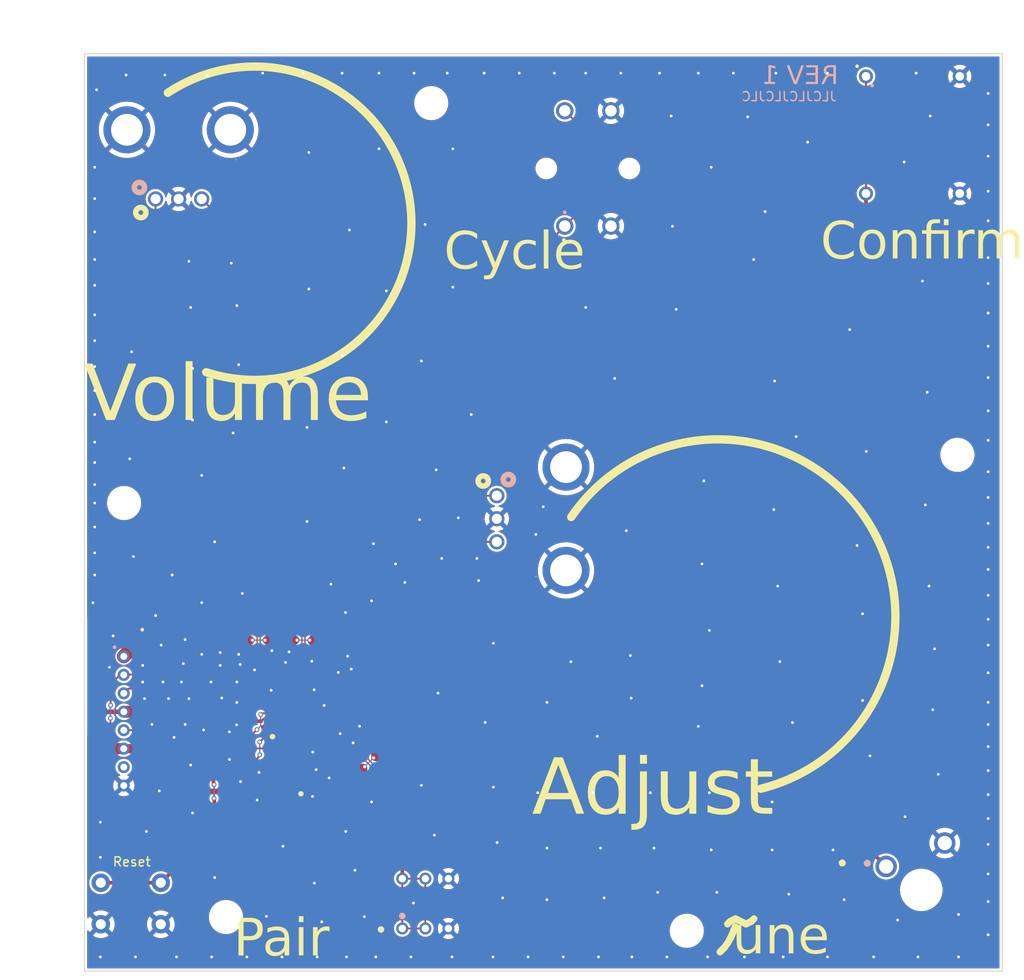
<source format=kicad_pcb>
(kicad_pcb (version 20221018) (generator pcbnew)
  (title_block (title "Beacon") (date "2023-09-02") (rev "1") (company "Beep Boop"))
  (layers (0 "F.Cu" signal) (1 "In1.Cu" signal) (2 "In2.Cu" signal) (3 "In3.Cu" signal) (4 "In4.Cu" signal) (31 "B.Cu" signal) (34 "B.Paste" user) (35 "F.Paste" user) (36 "B.SilkS" user "B.Silkscreen") (37 "F.SilkS" user "F.Silkscreen") (38 "B.Mask" user) (39 "F.Mask" user) (44 "Edge.Cuts" user))
  (net 0 "")
  (net 1 "Board_0-/Tactile_Board/+3V3")
  (net 2 "Board_0-/Tactile_Board/+3V3_EXT")
  (net 3 "Board_0-/Tactile_Board/I2C1_SCLK")
  (net 4 "Board_0-/Tactile_Board/I2C1_SDA")
  (net 5 "Board_0-/Tactile_Board/IO_Expander/TACT_B")
  (net 6 "Board_0-/Tactile_Board/IO_Expander/TACT_CONFIRM")
  (net 7 "Board_0-/Tactile_Board/IO_Expander/TACT_CYCLE")
  (net 8 "Board_0-/Tactile_Board/IO_Expander/TACT_EQZR_A")
  (net 9 "Board_0-/Tactile_Board/IO_Expander/TACT_EQZR_B")
  (net 10 "Board_0-/Tactile_Board/IO_Expander/TACT_G")
  (net 11 "Board_0-/Tactile_Board/IO_Expander/TACT_PAIR")
  (net 12 "Board_0-/Tactile_Board/IO_Expander/TACT_R")
  (net 13 "Board_0-/Tactile_Board/IO_Expander/TACT_TUNE")
  (net 14 "Board_0-/Tactile_Board/IO_Expander/TACT_VOLUME_A")
  (net 15 "Board_0-/Tactile_Board/IO_Expander/TACT_VOLUME_B")
  (net 16 "Board_0-/Tactile_Board/TACT_NINT")
  (net 17 "Board_0-GND")
  (net 18 "Board_0-Net-(D1501-Pad1)")
  (net 19 "Board_0-Net-(D1501-Pad2)")
  (net 20 "Board_0-Net-(D1501-Pad3)")
  (net 21 "Board_0-Net-(R1401-Pad2)")
  (net 22 "Board_0-Net-(R1402-Pad2)")
  (net 23 "Board_0-Net-(R1403-Pad2)")
  (net 24 "Board_0-Net-(R1404-Pad2)")
  (net 25 "Board_0-Net-(R1409-Pad2)")
  (net 26 "Board_0-Net-(R1410-Pad1)")
  (net 27 "Board_0-Net-(R1411-Pad2)")
  (net 28 "Board_0-Net-(R1412-Pad1)")
  (net 29 "Board_0-Net-(R1503-Pad1)")
  (net 30 "Board_0-Net-(U1501-NRST)")
  (net 31 "Board_0-unconnected-(J104-Pin_7-Pad7)")
  (net 32 "Board_0-unconnected-(U1501-P0_4-Pad5)")
  (net 33 "Board_0-unconnected-(U1501-P0_5-Pad6)")
  (net 34 "Board_0-unconnected-(U1501-P1_0-Pad10)")
  (net 35 "Board_0-unconnected-(U1501-P1_1-Pad11)")
  (net 36 "Board_0-unconnected-(U1501-PadEP)")
  (footprint "Footprint_Library:SW_PUSH_6mm" (layer "F.Cu") (at 162.052 109.8588)
    (fp_text reference "SW1501" hide)
    (fp_text value "SW_Push")
  )
  (footprint "Footprint_Library:Mounting_Hole_M3" (layer "F.Cu") (at 225.582 115.025)
    (fp_text reference "" hide)
    (fp_text value "")
  )
  (footprint "Footprint_Library:0402_1005Metric_Handsolder" (layer "F.Cu") (at 177.9512 90.8236)
    (fp_text reference "C1503" hide)
    (fp_text value "1u00_0402_10" hide)
  )
  (footprint "Footprint_Library:0402_1005Metric_Handsolder" (layer "F.Cu") (at 182.6756 86.2008 45)
    (fp_text reference "C1407" hide)
    (fp_text value "10n0_0402_25" hide)
  )
  (footprint "Footprint_Library:0402_1005Metric_Handsolder" (layer "F.Cu") (at 180.4404 100.7804 -90)
    (fp_text reference "R1503" hide)
    (fp_text value "0470_0402_010" hide)
  )
  (footprint "Footprint_Library:0402_1005Metric_Handsolder" (layer "F.Cu") (at 190.4988 89.96 180)
    (fp_text reference "C302" hide)
    (fp_text value "1u00_0402_10")
  )
  (footprint "Footprint_Library:0402_1005Metric_Handsolder" (layer "F.Cu") (at 186.4856 85.7944 180)
    (fp_text reference "R1405" hide)
    (fp_text value "2k20_0402_010" hide)
  )
  (footprint "Footprint_Library:0402_1005Metric_Handsolder" (layer "F.Cu") (at 188.0096 81.5272 -90)
    (fp_text reference "C301" hide)
    (fp_text value "1u00_0402_10" hide)
  )
  (footprint "Footprint_Library:Mounting_Hole_M3" (layer "F.Cu") (at 175.652 113.535)
    (fp_text reference "" hide)
    (fp_text value "")
  )
  (footprint "Footprint_Library:0402_1005Metric_Handsolder" (layer "F.Cu") (at 186.4856 84.4228)
    (fp_text reference "R1401" hide)
    (fp_text value "10k0_0402_010" hide)
  )
  (footprint "Footprint_Library:0402_1005Metric_Handsolder" (layer "F.Cu") (at 185.876 89.1385 -90)
    (fp_text reference "C1402" hide)
    (fp_text value "100n_0402_16" hide)
  )
  (footprint "Footprint_Library:0402_1005Metric_Handsolder" (layer "F.Cu") (at 186.638 81.5272 -90)
    (fp_text reference "R1412" hide)
    (fp_text value "10k0_0402_010" hide)
  )
  (footprint "Footprint_Library:0402_1005Metric_Handsolder" (layer "F.Cu") (at 189.2288 88.5884 180)
    (fp_text reference "R1402" hide)
    (fp_text value "10k0_0402_010" hide)
  )
  (footprint "Footprint_Library:0402_CUT-N-JUMP" (layer "F.Cu") (at 183.7932 95.3448 90)
    (fp_text reference "J1503" hide)
    (fp_text value "0402" hide)
  )
  (footprint "Footprint_Library:0402_1005Metric_Handsolder" (layer "F.Cu") (at 182.1168 98.088 -90)
    (fp_text reference "R1505" hide)
    (fp_text value "0220_0402_010" hide)
  )
  (footprint "Footprint_Library:0402_1005Metric_Handsolder" (layer "F.Cu") (at 188.2636 96.2679 90)
    (fp_text reference "R1403" hide)
    (fp_text value "10k0_0402_010" hide)
  )
  (footprint "Footprint_Library:Mounting_Hole_M3" (layer "F.Cu") (at 254.902 63.435)
    (fp_text reference "" hide)
    (fp_text value "")
  )
  (footprint "Footprint_Library:0402_1005Metric_Handsolder" (layer "F.Cu") (at 182.4216 81.4764 90)
    (fp_text reference "R1411" hide)
    (fp_text value "10k0_0402_010" hide)
  )
  (footprint "Footprint_Library:0402_1005Metric_Handsolder" (layer "F.Cu") (at 186.5364 87.0644 180)
    (fp_text reference "C1401" hide)
    (fp_text value "100n_0402_16" hide)
  )
  (footprint "Footprint_Library:0402_1005Metric_Handsolder" (layer "F.Cu") (at 178.1036 81.4677 90)
    (fp_text reference "R1413" hide)
    (fp_text value "10k0_0402_010" hide)
  )
  (footprint "Footprint_Library:0402_1005Metric_Handsolder" (layer "F.Cu") (at 173.6927 98.0372 180)
    (fp_text reference "R1502" hide)
    (fp_text value "2k20_0402_010" hide)
  )
  (footprint "Footprint_Library:MX1AC1NN" (layer "F.Cu") (at 250.9508 110.6356)
    (fp_text reference "SW1404" hide)
    (fp_text value "SW_Push" hide)
  )
  (footprint "Footprint_Library:Testpoint_Pad_D1.0mm" (layer "F.Cu") (at 172.0584 94.9892)
    (fp_text reference "TP1501" hide)
    (fp_text value "TACT_NINT")
  )
  (footprint "Footprint_Library:PEC11R4215FN0024" (layer "F.Cu") (at 212.5072 70.4028 -90)
    (fp_text reference "SW1406" hide)
    (fp_text value "PEC11R-4215F-N0024" hide)
  )
  (footprint "Footprint_Library:0402_1005Metric_Handsolder" (layer "F.Cu") (at 174.9032 93.5668 90)
    (fp_text reference "R1501" hide)
    (fp_text value "2k20_0402_010" hide)
  )
  (footprint "Footprint_Library:0402_1005Metric_Handsolder" (layer "F.Cu") (at 180.9992 81.4764 -90)
    (fp_text reference "R1410" hide)
    (fp_text value "10k0_0402_010" hide)
  )
  (footprint "Footprint_Library:B3J1100" (layer "F.Cu") (at 214.470799 30.1784 90)
    (fp_text reference "SW1401" hide)
    (fp_text value "SW_Push" hide)
  )
  (footprint "Footprint_Library:0402_1005Metric_Handsolder" (layer "F.Cu") (at 187.4 89.0964 -90)
    (fp_text reference "R1406" hide)
    (fp_text value "2k20_0402_010" hide)
  )
  (footprint "Footprint_Library:0402_1005Metric_Handsolder" (layer "F.Cu") (at 187.1968 91.7888 -90)
    (fp_text reference "R1408" hide)
    (fp_text value "2k20_0402_010" hide)
  )
  (footprint "Footprint_Library:0402_1005Metric_Handsolder" (layer "F.Cu") (at 176.6304 81.4677 90)
    (fp_text reference "R1409" hide)
    (fp_text value "10k0_0402_010" hide)
  )
  (footprint "Footprint_Library:0402_1005Metric_Handsolder" (layer "F.Cu") (at 177.9512 92.3984)
    (fp_text reference "C1501" hide)
    (fp_text value "100n_0402_16" hide)
  )
  (footprint "Footprint_Library:0402_1005Metric_Handsolder" (layer "F.Cu") (at 179.7292 87.3184)
    (fp_text reference "C1405" hide)
    (fp_text value "10n0_0402_25" hide)
  )
  (footprint "Footprint_Library:0402_1005Metric_Handsolder" (layer "F.Cu") (at 186.9428 95.1416 90)
    (fp_text reference "R1407" hide)
    (fp_text value "2k20_0402_010")
  )
  (footprint "Footprint_Library:Mounting_Hole_M3" (layer "F.Cu") (at 197.892 25.306)
    (fp_text reference "" hide)
    (fp_text value "")
  )
  (footprint "Footprint_Library:0402_1005Metric_Handsolder" (layer "F.Cu") (at 183.7932 98.0372 -90)
    (fp_text reference "R1506" hide)
    (fp_text value "0220_0402_010" hide)
  )
  (footprint "Footprint_Library:0402_1005Metric_Handsolder" (layer "F.Cu") (at 188.6192 91.0268 -90)
    (fp_text reference "R1404" hide)
    (fp_text value "10k0_0402_010" hide)
  )
  (footprint "Footprint_Library:0402_1005Metric_Handsolder" (layer "F.Cu") (at 184.3012 86.912 -135)
    (fp_text reference "C1408" hide)
    (fp_text value "10n0_0402_25" hide)
  )
  (footprint "PCM_kikit:Board" (layer "F.Cu") (at 160.672 20.016)
    (fp_text reference "Tactile")
    (fp_text value "Board")
  )
  (footprint "Footprint_Library:0402_CUT-N-JUMP" (layer "F.Cu") (at 182.1168 95.3956 90)
    (fp_text reference "J1502" hide)
    (fp_text value "0402" hide)
  )
  (footprint "Footprint_Library:0402_1005Metric_Handsolder" (layer "F.Cu") (at 185.2664 81.4764 90)
    (fp_text reference "R1416" hide)
    (fp_text value "10k0_0402_010" hide)
  )
  (footprint "Footprint_Library:Mounting_Hole_M3" (layer "F.Cu") (at 164.612 68.656)
    (fp_text reference "" hide)
    (fp_text value "")
  )
  (footprint "Footprint_Library:0402_1005Metric_Handsolder" (layer "F.Cu") (at 185.876 91.7801 -90)
    (fp_text reference "C1404" hide)
    (fp_text value "100n_0402_16" hide)
  )
  (footprint "Footprint_Library:PEC11R4215FN0024" (layer "F.Cu") (at 170.4836 28.187)
    (fp_text reference "SW1405" hide)
    (fp_text value "PEC11R-4215F-N0024" hide)
  )
  (footprint "Footprint_Library:CONN_1x08_P2.00mm_Horizontal" (layer "F.Cu") (at 164.54 92.325 -90)
    (fp_text reference "J104" hide)
    (fp_text value "Conn_01x08_Pin" hide)
  )
  (footprint "Footprint_Library:TQFN44-24_4x4mm_P0.5mm_EP2.7x2.7mm" (layer "F.Cu") (at 182.36 91.245 90)
    (fp_text reference "U1501" hide)
    (fp_text value "KTS1622_EUAA" hide)
  )
  (footprint "Footprint_Library:0402_1005Metric_Handsolder" (layer "F.Cu") (at 179.5768 81.4677 90)
    (fp_text reference "R1414" hide)
    (fp_text value "10k0_0402_010" hide)
  )
  (footprint "Footprint_Library:0402_1005Metric_Handsolder" (layer "F.Cu") (at 183.844 81.4764 90)
    (fp_text reference "R1415" hide)
    (fp_text value "10k0_0402_010" hide)
  )
  (footprint "Footprint_Library:0402_1005Metric_Handsolder" (layer "F.Cu") (at 181.3548 85.388 -135)
    (fp_text reference "C1406" hide)
    (fp_text value "10n0_0402_25" hide)
  )
  (footprint "Footprint_Library:0402_1005Metric_Handsolder" (layer "F.Cu") (at 180.4404 98.088 -90)
    (fp_text reference "R1504" hide)
    (fp_text value "0033_0402_010" hide)
  )
  (footprint "Footprint_Library:JF15CP2" (layer "F.Cu") (at 250.0364 28.7968)
    (fp_text reference "SW1402" hide)
    (fp_text value "SW_Push" hide)
  )
  (footprint "Footprint_Library:0402_1005Metric_Handsolder" (layer "F.Cu") (at 175.1572 91.103 -90)
    (fp_text reference "C1502" hide)
    (fp_text value "100n_0402_16" hide)
  )
  (footprint "Footprint_Library:1206_3216Metric_Handsolder" (layer "F.Cu") (at 164.2352 80.5112 180)
    (fp_text reference "F301" hide)
    (fp_text value "1A1_1206_08" hide)
  )
  (footprint "Footprint_Library:MHPS2283N" (layer "F.Cu") (at 197.2152 111.9164)
    (fp_text reference "SW1403" hide)
    (fp_text value "SW_Push" hide)
  )
  (footprint "Footprint_Library:0402_1005Metric_Handsolder" (layer "F.Cu") (at 185.7744 95.1416 90)
    (fp_text reference "C1403" hide)
    (fp_text value "100n_0402_16" hide)
  )
  (footprint "Footprint_Library:UHD1110FKACL1A13r3q1BBQFMF3" (layer "F.Cu") (at 182.874 101.0296 -90)
    (fp_text reference "D1501" hide)
    (fp_text value "UHD1110" hide)
  )
  (footprint "Footprint_Library:0402_CUT-N-JUMP" (layer "F.Cu") (at 177.3924 95.294)
    (fp_text reference "J1501" hide)
    (fp_text value "0402" hide)
  )
  (gr_line (start 230.79075 114.616) (end 230.54075 115.266) (stroke (width 0.75)) (layer "F.SilkS"))
  (gr_line (start 230.54075 115.266) (end 230.29075 115.816) (stroke (width 0.75)) (layer "F.SilkS"))
  (gr_line (start 229.59075 116.916) (end 229.14075 117.366) (stroke (width 0.75)) (layer "F.SilkS"))
  (gr_line (start 229.99075 116.366) (end 229.59075 116.916) (stroke (width 0.75)) (layer "F.SilkS"))
  (gr_arc (start 169.314544 24.227939) (mid 195.546147 36.056653) (end 173.472 54.516) (stroke (width 0.9)) (layer "F.SilkS"))
  (gr_line (start 230.29075 115.816) (end 229.99075 116.366) (stroke (width 0.75)) (layer "F.SilkS"))
  (gr_arc (start 213.022995 70.214768) (mid 244.68521 70.017537) (end 233.572 99.666) (stroke (width 0.9)) (layer "F.SilkS"))
  (gr_line (start 160.28 20) (end 160.28 20) (stroke (width 0.1)) (layer "Edge.Cuts"))
  (gr_line (start 259.72 20) (end 259.72 119.44) (stroke (width 0.1)) (layer "Edge.Cuts"))
  (gr_line (start 259.72 119.44) (end 160.28 119.44) (stroke (width 0.1)) (layer "Edge.Cuts"))
  (gr_line (start 160.28 20) (end 259.72 20) (stroke (width 0.1)) (layer "Edge.Cuts"))
  (gr_line (start 160.28 119.44) (end 160.28 20) (stroke (width 0.1)) (layer "Edge.Cuts"))
  (gr_text "REV 1" (at 241.972 23.616) (layer "B.SilkS") (effects (font (size 2 2) (thickness 0.375)) (justify left bottom mirror)))
  (gr_text "JLCJLCJLCJLC" (at 241.872 25.216) (layer "B.SilkS") (effects (font (size 1 1)) (justify left bottom mirror)))
  (gr_text "une" (at 230.472 118.191) (layer "F.SilkS") (effects (font (size 4 4) (thickness 0.15) italic) (justify left bottom)))
  (gr_text "~" (at 228.893707 117.392167) (layer "F.SilkS") (effects (font (size 6 6) (thickness 0.75)) (justify left bottom)))
  (gr_text "Pair" (at 176.422 118.416) (layer "F.SilkS") (effects (font (size 4 4) (thickness 0.15) italic) (justify left bottom)))
  (gr_text "Volume" (at 160.222 60.716) (layer "F.SilkS") (effects (font (size 6 6) (thickness 0.15) italic) (justify left bottom)))
  (gr_text "Reset" (at 163.2624 108.1744) (layer "F.SilkS") (effects (font (size 1 1)) (justify left bottom)))
  (gr_text "Cycle" (at 199.222 43.966) (layer "F.SilkS") (effects (font (size 4 4) (thickness 0.15) italic) (justify left bottom)))
  (gr_text "Adjust" (at 208.7538 103.3992) (layer "F.SilkS") (effects (font (size 6 6) (thickness 0.15) italic) (justify left bottom)))
  (gr_text "Confirm" (at 240.022 42.866) (layer "F.SilkS") (effects (font (size 4 4) (thickness 0.15) italic) (justify left bottom)))
  (segment (start 179.4244 92.3476) (end 178.5695 92.3476) (width 0.4) (layer "F.Cu") (net 1))
  (segment (start 185.1902 102.8632) (end 189.5717 98.4817) (width 1) (layer "F.Cu") (net 1))
  (segment (start 189.7963 89.2822) (end 188.6192 90.4593) (width 1) (layer "F.Cu") (net 1))
  (segment (start 185.0886 83.483) (end 185.6347 83.483) (width 1) (layer "F.Cu") (net 1))
  (segment (start 183.1582 102.8632) (end 185.1902 102.8632) (width 1) (layer "F.Cu") (net 1))
  (segment (start 179.19 90.8236) (end 178.5187 90.8236) (width 0.4) (layer "F.Cu") (net 1))
  (segment (start 174.7254 83.5846) (end 169.4422 78.3014) (width 1) (layer "F.Cu") (net 1))
  (segment (start 176.6304 82.0352) (end 176.6304 83.5592) (width 0.5) (layer "F.Cu") (net 1))
  (segment (start 179.7292 92.0428) (end 180.3372 92.0428) (width 0.2) (layer "F.Cu") (net 1))
  (segment (start 173.1694 91.325) (end 174.033 91.325) (width 1) (layer "F.Cu") (net 1))
  (segment (start 176.605 83.5846) (end 174.7254 83.5846) (width 1) (layer "F.Cu") (net 1))
  (segment (start 168.2032 95.325) (end 171.1821 98.3039) (width 1) (layer "F.Cu") (net 1))
  (segment (start 173.1252 98.0372) (end 171.4488 98.0372) (width 0.4) (layer "F.Cu") (net 1))
  (segment (start 185.4442 83.3306) (end 185.4442 83.9489) (width 0.8) (layer "F.Cu") (net 1))
  (segment (start 161.5936 89.6552) (end 161.5936 91.325) (width 1.2) (layer "F.Cu") (net 1))
  (segment (start 178.1036 91.5856) (end 178.5187 91.1705) (width 0.5) (layer "F.Cu") (net 1))
  (segment (start 188.2636 97.1736) (end 189.5717 98.4817) (width 0.5) (layer "F.Cu") (net 1))
  (segment (start 188.0604 82.1455) (end 188.0096 82.0947) (width 0.13) (layer "F.Cu") (net 1))
  (segment (start 185.4442 83.9489) (end 185.9181 84.4228) (width 0.8) (layer "F.Cu") (net 1))
  (segment (start 174.5984 91.8904) (end 175.1064 91.8904) (width 1) (layer "F.Cu") (net 1))
  (segment (start 161.5936 89.6552) (end 161.5936 93.3636) (width 1.5) (layer "F.Cu") (net 1))
  (segment (start 178.0782 91.611) (end 178.1036 91.5856) (width 0.5) (layer "F.Cu") (net 1))
  (segment (start 174.9032 92.9993) (end 174.9032 92.0936) (width 0.8) (layer "F.Cu") (net 1))
  (segment (start 161.5936 93.3636) (end 163.555 95.325) (width 1.2) (layer "F.Cu") (net 1))
  (segment (start 186.638 83.1274) (end 186.638 82.0947) (width 0.8) (layer "F.Cu") (net 1))
  (segment (start 176.6304 83.5592) (end 176.605 83.5846) (width 0.5) (layer "F.Cu") (net 1))
  (segment (start 164.9025 78.3014) (end 162.6927 80.5112) (width 1) (layer "F.Cu") (net 1))
  (segment (start 184.9616 83.61) (end 185.0886 83.483) (width 1) (layer "F.Cu") (net 1))
  (segment (start 179.842915 90.995) (end 179.671515 90.8236) (width 0.2) (layer "F.Cu") (net 1))
  (segment (start 191.845 92.9826) (end 191.845 96.183) (width 1) (layer "F.Cu") (net 1))
  (segment (start 179.4244 92.3476) (end 179.7292 92.0428) (width 0.2) (layer "F.Cu") (net 1))
  (segment (start 181.05 82.0947) (end 181.05 83.5592) (width 0.5) (layer "F.Cu") (net 1))
  (segment (start 164.54 91.325) (end 161.5936 91.325) (width 0.5) (layer "F.Cu") (net 1))
  (segment (start 178.5187 91.1705) (end 178.5187 90.8236) (width 0.5) (layer "F.Cu") (net 1))
  (segment (start 178.1036 91.5856) (end 178.5187 92.0007) (width 0.5) (layer "F.Cu") (net 1))
  (segment (start 183.174 101.3296) (end 183.174 102.8474) (width 0.4) (layer "F.Cu") (net 1))
  (segment (start 175.4112 91.5856) (end 175.4366 91.611) (width 0.5) (layer "F.Cu") (net 1))
  (segment (start 180.1102 83.5592) (end 181.05 83.5592) (width 1) (layer "F.Cu") (net 1))
  (segment (start 190.4226 97.6308) (end 190.4226 97.453) (width 1) (layer "F.Cu") (net 1))
  (segment (start 164.54 91.325) (end 173.1694 91.325) (width 1.3) (layer "F.Cu") (net 1))
  (segment (start 180.3372 92.0428) (end 180.385 91.995) (width 0.2) (layer "F.Cu") (net 1))
  (segment (start 163.555 95.325) (end 164.54 95.325) (width 1.2) (layer "F.Cu") (net 1))
  (segment (start 186.4348 83.3306) (end 188.0604 83.3306) (width 1) (layer "F.Cu") (net 1))
  (segment (start 180.385 90.995) (end 179.842915 90.995) (width 0.2) (layer "F.Cu") (net 1))
  (segment (start 181.05 83.5592) (end 182.32 83.5592) (width 1) (layer "F.Cu") (net 1))
  (segment (start 175.6398 99.9676) (end 178.5354 102.8632) (width 1) (layer "F.Cu") (net 1))
  (segment (start 185.4442 83.3306) (end 186.4348 83.3306) (width 1) (layer "F.Cu") (net 1))
  (segment (start 178.5354 102.8632) (end 183.1582 102.8632) (width 1) (layer "F.Cu") (net 1))
  (segment (start 189.432 90.5696) (end 189.8892 91.0268) (width 1) (layer "F.Cu") (net 1))
  (segment (start 179.671515 90.8236) (end 179.19 90.8236) (width 0.2) (layer "F.Cu") (net 1))
  (segment (start 178.5187 92.3984) (end 178.5187 90.8236) (width 0.5) (layer "F.Cu") (net 1))
  (segment (start 174.033 91.325) (end 174.5984 91.8904) (width 1) (layer "F.Cu") (net 1))
  (segment (start 172.8458 99.9676) (end 175.6398 99.9676) (width 0.6) (layer "F.Cu") (net 1))
  (segment (start 182.32 83.5592) (end 183.0566 83.5592) (width 1) (layer "F.Cu") (net 1))
  (segment (start 162.6927 80.5112) (end 161.5936 81.6103) (width 1.5) (layer "F.Cu") (net 1))
  (segment (start 169.4422 78.3014) (end 164.9025 78.3014) (width 1) (layer "F.Cu") (net 1))
  (segment (start 178.5187 92.0007) (end 178.5187 92.3984) (width 0.5) (layer "F.Cu") (net 1))
  (segment (start 180.9992 82.0439) (end 181.05 82.0947) (width 0.25) (layer "F.Cu") (net 1))
  (segment (start 182.4216 82.0439) (end 182.32 82.1455) (width 0.5) (layer "F.Cu") (net 1))
  (segment (start 189.5717 98.4817) (end 190.4226 97.6308) (width 1) (layer "F.Cu") (net 1))
  (segment (start 164.54 95.325) (end 168.2032 95.325) (width 1) (layer "F.Cu") (net 1))
  (segment (start 189.8892 91.0268) (end 191.845 92.9826) (width 1) (layer "F.Cu") (net 1))
  (segment (start 171.4488 98.0372) (end 171.1821 98.3039) (width 0.2) (layer "F.Cu") (net 1))
  (segment (start 161.5936 81.6103) (end 161.5936 89.6552) (width 1.5) (layer "F.Cu") (net 1))
  (segment (start 188.2636 96.8354) (end 188.2636 97.1736) (width 0.5) (layer "F.Cu") (net 1))
  (segment (start 175.4366 91.611) (end 178.0782 91.611) (width 0.5) (layer "F.Cu") (net 1))
  (segment (start 183.174 102.8474) (end 183.1582 102.8632) (width 0.2) (layer "F.Cu") (net 1))
  (segment (start 174.9032 92.0936) (end 175.1064 91.8904) (width 0.2) (layer "F.Cu") (net 1))
  (segment (start 188.0604 83.3306) (end 188.0604 82.1455) (width 0.8) (layer "F.Cu") (net 1))
  (segment (start 175.1064 91.8904) (end 175.4112 91.5856) (width 0.2) (layer "F.Cu") (net 1))
  (segment (start 182.32 82.1455) (end 182.32 83.5592) (width 0.5) (layer "F.Cu") (net 1))
  (segment (start 186.4348 83.3306) (end 186.638 83.1274) (width 0.8) (layer "F.Cu") (net 1))
  (segment (start 189.8892 88.6813) (end 189.7963 88.5884) (width 0.2) (layer "F.Cu") (net 1))
  (segment (start 189.8892 91.0268) (end 189.8892 88.6813) (width 0.8) (layer "F.Cu") (net 1))
  (segment (start 171.1821 98.3039) (end 172.8458 99.9676) (width 1) (layer "F.Cu") (net 1))
  (segment (start 178.1798 83.5846) (end 176.605 83.5846) (width 1) (layer "F.Cu") (net 1))
  (segment (start 178.5695 92.3476) (end 178.5187 92.3984) (width 0.3) (layer "F.Cu") (net 1))
  (segment (start 189.7963 88.5884) (end 189.7963 89.2822) (width 1) (layer "F.Cu") (net 1))
  (via (at 190.642993 97.283407) (size 0.5) (drill 0.3) (layers "F.Cu" "B.Cu") (net 1))
  (via (at 178.4781 83.5592) (size 0.5) (drill 0.3) (layers "F.Cu" "B.Cu") (net 1))
  (via (at 183.3106 83.5592) (size 0.5) (drill 0.3) (layers "F.Cu" "B.Cu") (net 1))
  (via (at 184.6885 83.5592) (size 0.5) (drill 0.3) (layers "F.Cu" "B.Cu") (net 1))
  (via (at 179.8371 83.5592) (size 0.5) (drill 0.3) (layers "F.Cu" "B.Cu") (net 1))
  (via (at 191.603952 96.322448) (size 0.5) (drill 0.3) (layers "F.Cu" "B.Cu") (net 1))
  (segment (start 191.603952 96.322448) (end 190.642993 97.283407) (width 0.13) (layer "B.Cu") (net 1))
  (segment (start 184.6885 83.5592) (end 183.3106 83.5592) (width 0.13) (layer "B.Cu") (net 1))
  (segment (start 179.8371 83.5592) (end 178.4781 83.5592) (width 0.13) (layer "B.Cu") (net 1))
  (segment (start 164.54 85.325) (end 165.8177 84.0473) (width 1.5) (layer "F.Cu") (net 2))
  (segment (start 165.8177 84.0473) (end 165.8177 80.5112) (width 1.5) (layer "F.Cu") (net 2))
  (segment (start 181.11 93.22) (end 181.11 94.1164) (width 0.2) (layer "F.Cu") (net 3))
  (segment (start 163.0922 92.0245) (end 163.0922 93.4144) (width 0.2) (layer "F.Cu") (net 3))
  (segment (start 163.1176 88.3344) (end 164.127 87.325) (width 0.2) (layer "F.Cu") (net 3))
  (segment (start 181.11 94.1164) (end 179.932 95.2944) (width 0.2) (layer "F.Cu") (net 3))
  (segment (start 177.9349 95.269) (end 176.7999 95.269) (width 0.2) (layer "F.Cu") (net 3))
  (segment (start 179.932 95.2944) (end 177.9603 95.2944) (width 0.2) (layer "F.Cu") (net 3))
  (segment (start 163.0922 93.4144) (end 164.0066 94.3288) (width 0.2) (layer "F.Cu") (net 3))
  (segment (start 177.6464 87.293) (end 164.572 87.293) (width 0.2) (layer "F.Cu") (net 3))
  (segment (start 164.127 87.325) (end 164.54 87.325) (width 0.2) (layer "F.Cu") (net 3))
  (segment (start 180.3484 89.995) (end 177.6464 87.293) (width 0.2) (layer "F.Cu") (net 3))
  (segment (start 175.1568 95.269) (end 176.7999 95.269) (width 0.2) (layer "F.Cu") (net 3))
  (segment (start 163.1176 90.6255) (end 163.1176 88.3344) (width 0.2) (layer "F.Cu") (net 3))
  (segment (start 169.2898 94.3288) (end 171.398 96.437) (width 0.2) (layer "F.Cu") (net 3))
  (segment (start 180.385 89.995) (end 180.3484 89.995) (width 0.2) (layer "F.Cu") (net 3))
  (segment (start 171.398 96.437) (end 173.9888 96.437) (width 0.2) (layer "F.Cu") (net 3))
  (segment (start 164.0066 94.3288) (end 169.2898 94.3288) (width 0.2) (layer "F.Cu") (net 3))
  (segment (start 173.9888 96.437) (end 175.1568 95.269) (width 0.2) (layer "F.Cu") (net 3))
  (segment (start 177.9603 95.2944) (end 177.9349 95.269) (width 0.2) (layer "F.Cu") (net 3))
  (segment (start 164.572 87.293) (end 164.54 87.325) (width 0.2) (layer "F.Cu") (net 3))
  (via (at 163.0922 92.0245) (size 0.5) (drill 0.3) (layers "F.Cu" "B.Cu") (net 3))
  (via (at 163.1176 90.6255) (size 0.5) (drill 0.3) (layers "F.Cu" "B.Cu") (net 3))
  (segment (start 163.0922 90.6509) (end 163.1176 90.6255) (width 0.2) (layer "B.Cu") (net 3))
  (segment (start 163.0922 92.0245) (end 163.0922 90.6509) (width 0.2) (layer "B.Cu") (net 3))
  (segment (start 165.048 88.817) (end 164.54 89.325) (width 0.2) (layer "F.Cu") (net 4))
  (segment (start 179.9086 90.495) (end 178.2306 88.817) (width 0.2) (layer "F.Cu") (net 4))
  (segment (start 180.385 90.495) (end 179.9086 90.495) (width 0.2) (layer "F.Cu") (net 4))
  (segment (start 178.2306 88.817) (end 165.048 88.817) (width 0.2) (layer "F.Cu") (net 4))
  (segment (start 183.7682 95.9373) (end 183.7682 97.4447) (width 0.4) (layer "F.Cu") (net 5))
  (segment (start 183.7682 94.797923) (end 183.7682 94.8023) (width 0.2) (layer "F.Cu") (net 5))
  (segment (start 183.7682 97.4447) (end 183.7932 97.4697) (width 0.2) (layer "F.Cu") (net 5))
  (segment (start 183.7682 94.8023) (end 183.7682 95.9373) (width 0.4) (layer "F.Cu") (net 5))
  (segment (start 182.61 93.22) (end 182.61 93.639723) (width 0.2) (layer "F.Cu") (net 5))
  (segment (start 182.61 93.639723) (end 183.7682 94.797923) (width 0.2) (layer "F.Cu") (net 5))
  (segment (start 184.335 89.995) (end 184.624 89.706) (width 0.2) (layer "F.Cu") (net 6))
  (segment (start 185.876 89.706) (end 187.3579 89.706) (width 0.2) (layer "F.Cu") (net 6))
  (segment (start 187.3579 89.706) (end 187.4 89.6639) (width 0.2) (layer "F.Cu") (net 6))
  (segment (start 184.624 89.706) (end 185.876 89.706) (width 0.2) (layer "F.Cu") (net 6))
  (segment (start 185.8156 87.0644) (end 185.9689 87.0644) (width 0.2) (layer "F.Cu") (net 7))
  (segment (start 185.9181 87.0136) (end 185.9689 87.0644) (width 0.2) (layer "F.Cu") (net 7))
  (segment (start 185.9181 85.7944) (end 185.9181 87.0136) (width 0.2) (layer "F.Cu") (net 7))
  (segment (start 183.61 89.27) (end 185.8156 87.0644) (width 0.2) (layer "F.Cu") (net 7))
  (segment (start 182.61 87.4348) (end 183.2344 86.8104) (width 0.2) (layer "F.Cu") (net 8))
  (segment (start 183.2344 85.957034) (end 183.076883 85.799517) (width 0.2) (layer "F.Cu") (net 8))
  (segment (start 183.844 85.0324) (end 183.076883 85.799517) (width 0.2) (layer "F.Cu") (net 8))
  (segment (start 183.844 82.6956) (end 183.844 84.8038) (width 0.13) (layer "F.Cu") (net 8))
  (segment (start 183.2344 86.8104) (end 183.2344 85.957034) (width 0.2) (layer "F.Cu") (net 8))
  (segment (start 183.844 84.8038) (end 183.844 85.0324) (width 0.2) (layer "F.Cu") (net 8))
  (segment (start 182.61 89.27) (end 182.61 87.4348) (width 0.2) (layer "F.Cu") (net 8))
  (segment (start 183.844 82.6956) (end 183.844 82.0439) (width 0.2) (layer "F.Cu") (net 8))
  (segment (start 183.11 88.1032) (end 183.899917 87.313283) (width 0.2) (layer "F.Cu") (net 9))
  (segment (start 183.899917 87.313283) (end 183.899917 86.246483) (width 0.2) (layer "F.Cu") (net 9))
  (segment (start 184.2758 84.4992) (end 184.174 84.3974) (width 0.13) (layer "F.Cu") (net 9))
  (segment (start 183.11 89.27) (end 183.11 88.1032) (width 0.2) (layer "F.Cu") (net 9))
  (segment (start 184.244 83.0004) (end 185.2005 82.0439) (width 0.2) (layer "F.Cu") (net 9))
  (segment (start 184.174 84.3974) (end 184.174 83.0704) (width 0.13) (layer "F.Cu") (net 9))
  (segment (start 184.2758 85.8706) (end 184.2758 84.753) (width 0.2) (layer "F.Cu") (net 9))
  (segment (start 185.2005 82.0439) (end 185.2664 82.0439) (width 0.2) (layer "F.Cu") (net 9))
  (segment (start 184.174 83.0704) (end 184.244 83.0004) (width 0.13) (layer "F.Cu") (net 9))
  (segment (start 183.899917 86.246483) (end 184.2758 85.8706) (width 0.2) (layer "F.Cu") (net 9))
  (segment (start 184.2758 84.753) (end 184.2758 84.4992) (width 0.13) (layer "F.Cu") (net 9))
  (segment (start 182.0918 94.8531) (end 182.0918 95.9881) (width 0.4) (layer "F.Cu") (net 10))
  (segment (start 182.0918 97.4955) (end 182.1168 97.5205) (width 0.2) (layer "F.Cu") (net 10))
  (segment (start 182.11 93.22) (end 182.11 94.8349) (width 0.2) (layer "F.Cu") (net 10))
  (segment (start 182.0918 95.9881) (end 182.0918 97.4955) (width 0.4) (layer "F.Cu") (net 10))
  (segment (start 182.11 94.8349) (end 182.0918 94.8531) (width 0.2) (layer "F.Cu") (net 10))
  (segment (start 184.335 92.495) (end 184.335 93.1347) (width 0.2) (layer "F.Cu") (net 11))
  (segment (start 184.335 93.1347) (end 185.7744 94.5741) (width 0.2) (layer "F.Cu") (net 11))
  (segment (start 185.7744 94.5741) (end 187.0183 94.5741) (width 0.2) (layer "F.Cu") (net 11))
  (segment (start 180.4404 95.493533) (end 181.61 94.323933) (width 0.2) (layer "F.Cu") (net 12))
  (segment (start 180.4404 95.675) (end 180.4404 97.5205) (width 0.4) (layer "F.Cu") (net 12))
  (segment (start 180.4404 95.675) (end 180.4404 95.493533) (width 0.2) (layer "F.Cu") (net 12))
  (segment (start 181.61 94.323933) (end 181.61 93.22) (width 0.2) (layer "F.Cu") (net 12))
  (segment (start 187.1881 92.3476) (end 187.1968 92.3563) (width 0.2) (layer "F.Cu") (net 13))
  (segment (start 185.5234 91.995) (end 185.876 92.3476) (width 0.2) (layer "F.Cu") (net 13))
  (segment (start 184.335 91.995) (end 185.5234 91.995) (width 0.2) (layer "F.Cu") (net 13))
  (segment (start 185.876 92.3476) (end 187.1881 92.3476) (width 0.2) (layer "F.Cu") (net 13))
  (segment (start 180.2967 87.536977) (end 180.2967 87.3184) (width 0.2) (layer "F.Cu") (net 14))
  (segment (start 178.9926 82.8988) (end 178.891 82.7972) (width 0.2) (layer "F.Cu") (net 14))
  (segment (start 181.61 88.850277) (end 180.2967 87.536977) (width 0.2) (layer "F.Cu") (net 14))
  (segment (start 181.61 89.27) (end 181.61 88.850277) (width 0.2) (layer "F.Cu") (net 14))
  (segment (start 178.9926 85.4642) (end 178.9926 84.3212) (width 0.2) (layer "F.Cu") (net 14))
  (segment (start 178.891 82.7972) (end 178.129 82.0352) (width 0.2) (layer "F.Cu") (net 14))
  (segment (start 180.2967 86.7683) (end 178.9926 85.4642) (width 0.2) (layer "F.Cu") (net 14))
  (segment (start 178.9926 82.8988) (end 178.9926 84.3212) (width 0.13) (layer "F.Cu") (net 14))
  (segment (start 178.129 82.0352) (end 178.1036 82.0352) (width 0.2) (layer "F.Cu") (net 14))
  (segment (start 180.2967 87.3184) (end 180.2967 86.7683) (width 0.2) (layer "F.Cu") (net 14))
  (segment (start 179.5768 84.3212) (end 179.526 84.3212) (width 0.13) (layer "F.Cu") (net 15))
  (segment (start 181.4056 87.2168) (end 181.4056 86.241366) (width 0.2) (layer "F.Cu") (net 15))
  (segment (start 179.5768 82.848) (end 179.5768 82.0352) (width 0.2) (layer "F.Cu") (net 15))
  (segment (start 179.9578 85.1086) (end 179.9578 84.7022) (width 0.2) (layer "F.Cu") (net 15))
  (segment (start 179.3226 84.1178) (end 179.3226 83.1022) (width 0.13) (layer "F.Cu") (net 15))
  (segment (start 181.4056 86.241366) (end 180.953517 85.789283) (width 0.2) (layer "F.Cu") (net 15))
  (segment (start 179.526 84.3212) (end 179.3226 84.1178) (width 0.13) (layer "F.Cu") (net 15))
  (segment (start 180.953517 85.789283) (end 180.638483 85.789283) (width 0.2) (layer "F.Cu") (net 15))
  (segment (start 180.638483 85.789283) (end 179.9578 85.1086) (width 0.2) (layer "F.Cu") (net 15))
  (segment (start 182.11 89.27) (end 182.11 87.9212) (width 0.2) (layer "F.Cu") (net 15))
  (segment (start 179.4752 82.9496) (end 179.5768 82.848) (width 0.2) (layer "F.Cu") (net 15))
  (segment (start 182.11 87.9212) (end 181.4056 87.2168) (width 0.2) (layer "F.Cu") (net 15))
  (segment (start 179.9578 84.7022) (end 179.5768 84.3212) (width 0.2) (layer "F.Cu") (net 15))
  (segment (start 179.3226 83.1022) (end 179.4752 82.9496) (width 0.13) (layer "F.Cu") (net 15))
  (segment (start 179.3736 91.611) (end 179.4896 91.495) (width 0.2) (layer "F.Cu") (net 16))
  (segment (start 178.095598 94.1343) (end 174.9032 94.1343) (width 0.2) (layer "F.Cu") (net 16))
  (segment (start 174.0483 94.9892) (end 172.0584 94.9892) (width 0.2) (layer "F.Cu") (net 16))
  (segment (start 174.9032 94.1343) (end 174.0483 94.9892) (width 0.2) (layer "F.Cu") (net 16))
  (segment (start 178.967549 93.262349) (end 178.095598 94.1343) (width 0.2) (layer "F.Cu") (net 16))
  (segment (start 172.0584 94.9892) (end 170.3942 93.325) (width 0.2) (layer "F.Cu") (net 16))
  (segment (start 170.3942 93.325) (end 164.54 93.325) (width 0.2) (layer "F.Cu") (net 16))
  (segment (start 179.4896 91.495) (end 180.385 91.495) (width 0.2) (layer "F.Cu") (net 16))
  (via (at 179.3736 91.611) (size 0.5) (drill 0.3) (layers "F.Cu" "B.Cu") (net 16))
  (via (at 178.967549 93.262349) (size 0.5) (drill 0.3) (layers "F.Cu" "B.Cu") (net 16))
  (segment (start 179.3736 92.856298) (end 179.3736 91.611) (width 0.13) (layer "B.Cu") (net 16))
  (segment (start 178.967549 93.262349) (end 179.3736 92.856298) (width 0.13) (layer "B.Cu") (net 16))
  (segment (start 185.0124 95.7004) (end 185.7657 95.7004) (width 0.2) (layer "F.Cu") (net 17))
  (segment (start 184.9108 85.8452) (end 184.9108 86.3024) (width 0.5) (layer "F.Cu") (net 17))
  (segment (start 188.4073 80.562) (end 188.0096 80.9597) (width 0.5) (layer "F.Cu") (net 17))
  (segment (start 185.5936 91.495) (end 184.335 91.495) (width 0.2) (layer "F.Cu") (net 17))
  (segment (start 175.1572 89.833) (end 175.1572 90.5355) (width 0.5) (layer "F.Cu") (net 17))
  (segment (start 178.7132 86.8699) (end 179.1617 87.3184) (width 0.5) (layer "F.Cu") (net 17))
  (segment (start 180.8348 88.9948) (end 181.11 89.27) (width 0.3) (layer "F.Cu") (net 17))
  (segment (start 187.1039 87.0644) (end 187.781 87.0644) (width 0.5) (layer "F.Cu") (net 17))
  (segment (start 176.7701 92.7413) (end 177.113 92.3984) (width 0.5) (layer "F.Cu") (net 17))
  (segment (start 185.7657 95.7004) (end 185.7744 95.7091) (width 0.2) (layer "F.Cu") (net 17))
  (segment (start 182.066 86.393766) (end 182.274317 86.602083) (width 0.2) (layer "F.Cu") (net 17))
  (segment (start 181.9136 84.8292) (end 182.447 84.8292) (width 0.5) (layer "F.Cu") (net 17))
  (segment (start 181.756083 84.986717) (end 181.9136 84.8292) (width 0.13) (layer "F.Cu") (net 17))
  (segment (start 177.113 92.3984) (end 177.3837 92.3984) (width 0.3) (layer "F.Cu") (net 17))
  (segment (start 176.8757 90.3156) (end 177.3837 90.8236) (width 0.5) (layer "F.Cu") (net 17))
  (segment (start 185.1648 88.944) (end 185.503 88.944) (width 0.2) (layer "F.Cu") (net 17))
  (segment (start 180.5166 88.9948) (end 180.8348 88.9948) (width 0.5) (layer "F.Cu") (net 17))
  (segment (start 176.7828 90.3156) (end 176.8757 90.3156) (width 0.13) (layer "F.Cu") (net 17))
  (segment (start 178.7132 86.785) (end 178.7132 86.8699) (width 0.2) (layer "F.Cu") (net 17))
  (segment (start 185.876 91.0268) (end 185.876 91.2126) (width 0.2) (layer "F.Cu") (net 17))
  (segment (start 184.9108 86.3024) (end 184.702483 86.510717) (width 0.2) (layer "F.Cu") (net 17))
  (segment (start 188.5684 80.562) (end 188.4073 80.562) (width 0.13) (layer "F.Cu") (net 17))
  (segment (start 185.876 91.2126) (end 185.5936 91.495) (width 0.2) (layer "F.Cu") (net 17))
  (segment (start 182.066 85.9722) (end 182.066 86.393766) (width 0.2) (layer "F.Cu") (net 17))
  (segment (start 185.503 88.944) (end 185.876 88.571) (width 0.2) (layer "F.Cu") (net 17))
  (segment (start 186.257 90.6458) (end 185.876 91.0268) (width 0.2) (layer "F.Cu") (net 17))
  (via (at 171.79 47.5) (size 0.5) (drill 0.3) (layers "F.Cu" "B.Cu") (net 17))
  (via (at 212.99 85.9) (size 0.5) (drill 0.3) (layers "F.Cu" "B.Cu") (net 17))
  (via (at 166.79 89.9) (size 0.5) (drill 0.3) (layers "F.Cu" "B.Cu") (net 17))
  (via (at 161.39 32.3) (size 0.5) (drill 0.3) (layers "F.Cu" "B.Cu") (net 17))
  (via (at 232.140336 26.837816) (size 0.5) (drill 0.3) (layers "F.Cu" "B.Cu") (net 17))
  (via (at 189.19 86.7) (size 0.5) (drill 0.3) (layers "F.Cu" "B.Cu") (net 17))
  (via (at 161.39 56.5) (size 0.5) (drill 0.3) (layers "F.Cu" "B.Cu") (net 17))
  (via (at 198.19 104.7) (size 0.5) (drill 0.3) (layers "F.Cu" "B.Cu") (net 17))
  (via (at 227.99 82.5) (size 0.5) (drill 0.3) (layers "F.Cu" "B.Cu") (net 17))
  (via (at 168.79 88.1) (size 0.5) (drill 0.3) (layers "F.Cu" "B.Cu") (net 17))
  (via (at 248.39 113.9) (size 0.5) (drill 0.3) (layers "F.Cu" "B.Cu") (net 17))
  (via (at 167.59 92.7) (size 0.5) (drill 0.3) (layers "F.Cu" "B.Cu") (net 17))
  (via (at 195.655 117.9) (size 0.5) (drill 0.3) (layers "F.Cu" "B.Cu") (net 17))
  (via (at 258.19 51.7) (size 0.5) (drill 0.3) (layers "F.Cu" "B.Cu") (net 17))
  (via (at 188.39 64.9) (size 0.5) (drill 0.3) (layers "F.Cu" "B.Cu") (net 17))
  (via (at 245.39 96.1) (size 0.5) (drill 0.3) (layers "F.Cu" "B.Cu") (net 17))
  (via (at 171.19 83.5) (size 0.5) (drill 0.3) (layers "F.Cu" "B.Cu") (net 17))
  (via (at 161.39 59.1) (size 0.5) (drill 0.3) (layers "F.Cu" "B.Cu") (net 17))
  (via (at 234.023927 37.103391) (size 0.5) (drill 0.3) (layers "F.Cu" "B.Cu") (net 17))
  (via (at 192.99 59.9) (size 0.5) (drill 0.3) (layers "F.Cu" "B.Cu") (net 17))
  (via (at 198.59 89.3) (size 0.5) (drill 0.3) (layers "F.Cu" "B.Cu") (net 17))
  (via (at 223.39 117.9) (size 0.5) (drill 0.3) (layers "F.Cu" "B.Cu") (net 17))
  (via (at 221.99 106.1) (size 0.5) (drill 0.3) (layers "F.Cu" "B.Cu") (net 17))
  (via (at 202.19 59.1) (size 0.5) (drill 0.3) (layers "F.Cu" "B.Cu") (net 17))
  (via (at 162.99 86.5) (size 0.5) (drill 0.3) (layers "F.Cu" "B.Cu") (net 17))
  (via (at 161.39 64.3) (size 0.5) (drill 0.3) (layers "F.Cu" "B.Cu") (net 17))
  (via (at 184.9108 85.8452) (size 0.5) (drill 0.3) (layers "F.Cu" "B.Cu") (net 17))
  (via (at 204.59 83.9) (size 0.5) (drill 0.3) (layers "F.Cu" "B.Cu") (net 17))
  (via (at 180.5166 88.9948) (size 0.5) (drill 0.3) (layers "F.Cu" "B.Cu") (net 17))
  (via (at 188.5684 80.562) (size 0.5) (drill 0.3) (layers "F.Cu" "B.Cu") (net 17))
  (via (at 258.19 105.7) (size 0.5) (drill 0.3) (layers "F.Cu" "B.Cu") (net 17))
  (via (at 258.19 100.3) (size 0.5) (drill 0.3) (layers "F.Cu" "B.Cu") (net 17))
  (via (at 176.99 53.7) (size 0.5) (drill 0.3) (layers "F.Cu" "B.Cu") (net 17))
  (via (at 258.19 55.1) (size 0.5) (drill 0.3) (layers "F.Cu" "B.Cu") (net 17))
  (via (at 175.99 96.5) (size 0.5) (drill 0.3) (layers "F.Cu" "B.Cu") (net 17))
  (via (at 188.19 52.7) (size 0.5) (drill 0.3) (layers "F.Cu" "B.Cu") (net 17))
  (via (at 167.99 80.9) (size 0.5) (drill 0.3) (layers "F.Cu" "B.Cu") (net 17))
  (via (at 162 107.105) (size 0.5) (drill 0.3) (layers "F.Cu" "B.Cu") (net 17))
  (via (at 187.99 93.7) (size 0.5) (drill 0.3) (layers "F.Cu" "B.Cu") (net 17))
  (via (at 166.59 88.1) (size 0.5) (drill 0.3) (layers "F.Cu" "B.Cu") (net 17))
  (via (at 200.79 70.3) (size 0.5) (drill 0.3) (layers "F.Cu" "B.Cu") (net 17))
  (via (at 161.19 79.5) (size 0.5) (drill 0.3) (layers "F.Cu" "B.Cu") (net 17))
  (via (at 258.19 92.7) (size 0.5) (drill 0.3) (layers "F.Cu" "B.Cu") (net 17))
  (via (at 258.19 75.9) (size 0.5) (drill 0.3) (layers "F.Cu" "B.Cu") (net 17))
  (via (at 161.39 66.7) (size 0.5) (drill 0.3) (layers "F.Cu" "B.Cu") (net 17))
  (via (at 191.59 73.1) (size 0.5) (drill 0.3) (layers "F.Cu" "B.Cu") (net 17))
  (via (at 179.19 97.9) (size 0.5) (drill 0.3) (layers "F.Cu" "B.Cu") (net 17))
  (via (at 243.19 49.9) (size 0.5) (drill 0.3) (layers "F.Cu" "B.Cu") (net 17))
  (via (at 214.59 47.5) (size 0.5) (drill 0.3) (layers "F.Cu" "B.Cu") (net 17))
  (via (at 234.79 101.1) (size 0.5) (drill 0.3) (layers "F.Cu" "B.Cu") (net 17))
  (via (at 179.59 22.1) (size 0.5) (drill 0.3) (layers "F.Cu" "B.Cu") (net 17))
  (via (at 227.79 117.9) (size 0.5) (drill 0.3) (layers "F.Cu" "B.Cu") (net 17))
  (via (at 214.59 22.1) (size 0.5) (drill 0.3) (layers "F.Cu" "B.Cu") (net 17))
  (via (at 209.99 69.1) (size 0.5) (drill 0.3) (layers "F.Cu" "B.Cu") (net 17))
  (via (at 177.39 78.5) (size 0.5) (drill 0.3) (layers "F.Cu" "B.Cu") (net 17))
  (via (at 250.39 22.1) (size 0.5) (drill 0.3) (layers "F.Cu" "B.Cu") (net 17))
  (via (at 258.19 87.1) (size 0.5) (drill 0.3) (layers "F.Cu" "B.Cu") (net 17))
  (via (at 185.99 114.1) (size 0.5) (drill 0.3) (layers "F.Cu" "B.Cu") (net 17))
  (via (at 200.19 45.3) (size 0.5) (drill 0.3) (layers "F.Cu" "B.Cu") (net 17))
  (via (at 258.19 97.7) (size 0.5) (drill 0.3) (layers "F.Cu" "B.Cu") (net 17))
  (via (at 258.19 61.9) (size 0.5) (drill 0.3) (layers "F.Cu" "B.Cu") (net 17))
  (via (at 207.39 22.1) (size 0.5) (drill 0.3) (layers "F.Cu" "B.Cu") (net 17))
  (via (at 240.79 22.1) (size 0.5) (drill 0.3) (layers "F.Cu" "B.Cu") (net 17))
  (via (at 171.19 92.7) (size 0.5) (drill 0.3) (layers "F.Cu" "B.Cu") (net 17))
  (via (at 161.39 35.7) (size 0.5) (drill 0.3) (layers "F.Cu" "B.Cu") (net 17))
  (via (at 181.79 105.9) (size 0.5) (drill 0.3) (layers "F.Cu" "B.Cu") (net 17))
  (via (at 235.19 22.1) (size 0.5) (drill 0.3) (layers "F.Cu" "B.Cu") (net 17))
  (via (at 218.99 71.7) (size 0.5) (drill 0.3) (layers "F.Cu" "B.Cu") (net 17))
  (via (at 222.59 22.1) (size 0.5) (drill 0.3) (layers "F.Cu" "B.Cu") (net 17))
  (via (at 189.39 94.7) (size 0.5) (drill 0.3) (layers "F.Cu" "B.Cu") (net 17))
  (via (at 231.79 117.9) (size 0.5) (drill 0.3) (layers "F.Cu" "B.Cu") (net 17))
  (via (at 173.99 88.1) (size 0.5) (drill 0.3) (layers "F.Cu" "B.Cu") (net 17))
  (via (at 190.0848 92.8836) (size 0.5) (drill 0.3) (layers "F.Cu" "B.Cu") (net 17))
  (via (at 258.19 34.9) (size 0.5) (drill 0.3) (layers "F.Cu" "B.Cu") (net 17))
  (via (at 227.19 75.3) (size 0.5) (drill 0.3) (layers "F.Cu" "B.Cu") (net 17))
  (via (at 235.39 77.7) (size 0.5) (drill 0.3) (layers "F.Cu" "B.Cu") (net 17))
  (via (at 223.852532 26.743637) (size 0.5) (drill 0.3) (layers "F.Cu" "B.Cu") (net 17))
  (via (at 185.0124 95.7004) (size 0.5) (drill 0.3) (layers "F.Cu" "B.Cu") (net 17))
  (via (at 162 103.295) (size 0.5) (drill 0.3) (layers "F.Cu" "B.Cu") (net 17))
  (via (at 185.19 109.9) (size 0.5) (drill 0.3) (layers "F.Cu" "B.Cu") (net 17))
  (via (at 210.39 111.7) (size 0.5) (drill 0.3) (layers "F.Cu" "B.Cu") (net 17))
  (via (at 195.99 22.1) (size 0.5) (drill 0.3) (layers "F.Cu" "B.Cu") (net 17))
  (via (at 244.59 80.7) (size 0.5) (drill 0.3) (layers "F.Cu" "B.Cu") (net 17))
  (via (at 254.99 113.3) (size 0.5) (drill 0.3) (layers "F.Cu" "B.Cu") (net 17))
  (via (at 165.81 117.9) (size 0.5) (drill 0.3) (layers "F.Cu" "B.Cu") (net 17))
  (via (at 177.875 117.9) (size 0.5) (drill 0.3) (layers "F.Cu" "B.Cu") (net 17))
  (via (at 169.99 94.1) (size 0.5) (drill 0.3) (layers "F.Cu" "B.Cu") (net 17))
  (via (at 188.79 85.3) (size 0.5) (drill 0.3) (layers "F.Cu" "B.Cu") (net 17))
  (via (at 185.39 97.6) (size 0.5) (drill 0.3) (layers "F.Cu" "B.Cu") (net 17))
  (via (at 171.59 42.5) (size 0.5) (drill 0.3) (layers "F.Cu" "B.Cu") (net 17))
  (via (at 227.19 88.5) (size 0.5) (drill 0.3) (layers "F.Cu" "B.Cu") (net 17))
  (via (at 165.59 74.5) (size 0.5) (drill 0.3) (layers "F.Cu" "B.Cu") (net 17))
  (via (at 226.79 22.1) (size 0.5) (drill 0.3) (layers "F.Cu" "B.Cu") (net 17))
  (via (at 236.59 111.1) (size 0.5) (drill 0.3) (layers "F.Cu" "B.Cu") (net 17))
  (via (at 189.59 108.5) (size 0.5) (drill 0.3) (layers "F.Cu" "B.Cu") (net 17))
  (via (at 228.19 106.3) (size 0.5) (drill 0.3) (layers "F.Cu" "B.Cu") (net 17))
  (via (at 188.67 117.9) (size 0.5) (drill 0.3) (layers "F.Cu" "B.Cu") (net 17))
  (via (at 184.39 60.5) (size 0.5) (drill 0.3) (layers "F.Cu" "B.Cu") (net 17))
  (via (at 161.39 39.3) (size 0.5) (drill 0.3) (layers "F.Cu" "B.Cu") (net 17))
  (via (at 176.99 85.1) (size 0.5) (drill 0.3) (layers "F.Cu" "B.Cu") (net 17))
  (via (at 180.59 84.7) (size 0.5) (drill 0.3) (layers "F.Cu" "B.Cu") (net 17))
  (via (at 258.19 90.3) (size 0.5) (drill 0.3) (layers "F.Cu" "B.Cu") (net 17))
  (via (at 200.19 30.3) (size 0.5) (drill 0.3) (layers "F.Cu" "B.Cu") (net 17))
  (via (at 172.99 85.1) (size 0.5) (drill 0.3) (layers "F.Cu" "B.Cu") (net 17))
  (via (at 173.59 22.3) (size 0.5) (drill 0.3) (layers "F.Cu" "B.Cu") (net 17))
  (via (at 258.19 42.1) (size 0.5) (drill 0.3) (layers "F.Cu" "B.Cu") (net 17))
  (via (at 245.79 117.9) (size 0.5) (drill 0.3) (layers "F.Cu" "B.Cu") (net 17))
  (via (at 212.165 117.9) (size 0.5) (drill 0.3) (layers "F.Cu" "B.Cu") (net 17))
  (via (at 203.59 22.1) (size 0.5) (drill 0.3) (layers "F.Cu" "B.Cu") (net 17))
  (via (at 175.99 93.5) (size 0.5) (drill 0.3) (layers "F.Cu" "B.Cu") (net 17))
  (via (at 196.79 53.3) (size 0.5) (drill 0.3) (layers "F.Cu" "B.Cu") (net 17))
  (via (at 202.99 77.1) (size 0.5) (drill 0.3) (layers "F.Cu" "B.Cu") (net 17))
  (via (at 176.79 88.1) (size 0.5) (drill 0.3) (layers "F.Cu" "B.Cu") (net 17))
  (via (at 171.99 59.7) (size 0.5) (drill 0.3) (layers "F.Cu" "B.Cu") (net 17))
  (via (at 203.6981 92.480988) (size 0.5) (drill 0.3) (layers "F.Cu" "B.Cu") (net 17))
  (via (at 209.19 72.1) (size 0.5) (drill 0.3) (layers "F.Cu" "B.Cu") (net 17))
  (via (at 204.59 99.5) (size 0.5) (drill 0.3) (layers "F.Cu" "B.Cu") (net 17))
  (via (at 234.965723 69.406989) (size 0.5) (drill 0.3) (layers "F.Cu" "B.Cu") (net 17))
  (via (at 211.19 22.1) (size 0.5) (drill 0.3) (layers "F.Cu" "B.Cu") (net 17))
  (via (at 258.19 108.9) (size 0.5) (drill 0.3) (layers "F.Cu" "B.Cu") (net 17))
  (via (at 182.066 85.9722) (size 0.5) (drill 0.3) (layers "F.Cu" "B.Cu") (net 17))
  (via (at 166.59 86.3) (size 0.5) (drill 0.3) (layers "F.Cu" "B.Cu") (net 17))
  (via (at 258.19 38.1) (size 0.5) (drill 0.3) (layers "F.Cu" "B.Cu") (net 17))
  (via (at 250.59 117.9) (size 0.5) (drill 0.3) (layers "F.Cu" "B.Cu") (net 17))
  (via (at 251.79 77.7) (size 0.5) (drill 0.3) (layers "F.Cu" "B.Cu") (net 17))
  (via (at 258.19 58.7) (size 0.5) (drill 0.3) (layers "F.Cu" "B.Cu") (net 17))
  (via (at 238.638727 29.569024) (size 0.5) (drill 0.3) (layers "F.Cu" "B.Cu") (net 17))
  (via (at 208.355 117.9) (size 0.5) (drill 0.3) (layers "F.Cu" "B.Cu") (net 17))
  (via (at 251.070432 44.637758) (size 0.5) (drill 0.3) (layers "F.Cu" "B.Cu") (net 17))
  (via (at 175.1572 89.833) (size 0.5) (drill 0.3) (layers "F.Cu" "B.Cu") (net 17))
  (via (at 194.99 77.3) (size 0.5) (drill 0.3) (layers "F.Cu" "B.Cu") (net 17))
  (via (at 216.59 111.5) (size 0.5) (drill 0.3) (layers "F.Cu" "B.Cu") (net 17))
  (via (at 171.59 89.9) (size 0.5) (drill 0.3) (layers "F.Cu" "B.Cu") (net 17))
  (via (at 258.19 111.9) (size 0.5) (drill 0.3) (layers "F.Cu" "B.Cu") (net 17))
  (via (at 252.39 84.5) (size 0.5) (drill 0.3) (layers "F.Cu" "B.Cu") (net 17))
  (via (at 186.99 77.5) (size 0.5) (drill 0.3) (layers "F.Cu" "B.Cu") (net 17))
  (via (at 230.59 22.1) (size 0.5) (drill 0.3) (layers "F.Cu" "B.Cu") (net 17))
  (via (at 258.19 27.7) (size 0.5) (drill 0.3) (layers "F.Cu" "B.Cu") (net 17))
  (via (at 191.39 101.1) (size 0.5) (drill 0.3) (layers "F.Cu" "B.Cu") (net 17))
  (via (at 170.79 88.1) (size 0.5) (drill 0.3) (layers "F.Cu" "B.Cu") (net 17))
  (via (at 165.19 63.9) (size 0.5) (drill 0.3) (layers "F.Cu" "B.Cu") (net 17))
  (via (at 199.59 22.1) (size 0.5) (drill 0.3) (layers "F.Cu" "B.Cu") (net 17))
  (via (at 161.39 53.9) (size 0.5) (drill 0.3) (layers "F.Cu" "B.Cu") (net 17))
  (via (at 161.39 42.3) (size 0.5) (drill 0.3) (layers "F.Cu" "B.Cu") (net 17))
  (via (at 228.19 32.3) (size 0.5) (drill 0.3) (layers "F.Cu" "B.Cu") (net 17))
  (via (at 192.99 45.7) (size 0.5) (drill 0.3) (layers "F.Cu" "B.Cu") (net 17))
  (via (at 171.79 97.1) (size 0.5) (drill 0.3) (layers "F.Cu" "B.Cu") (net 17))
  (via (at 244.59 90.1) (size 0.5) (drill 0.3) (layers "F.Cu" "B.Cu") (net 17))
  (via (at 176.7701 92.7413) (size 0.5) (drill 0.3) (layers "F.Cu" "B.Cu") (net 17))
  (via (at 161.39 45.1) (size 0.5) (drill 0.3) (layers "F.Cu" "B.Cu") (net 17))
  (via (at 202.79 74.7) (size 0.5) (drill 0.3) (layers "F.Cu" "B.Cu") (net 17))
  (via (at 198.39 65.1) (size 0.5) (drill 0.3) (layers "F.Cu" "B.Cu") (net 17))
  (via (at 236.99 92.5) (size 0.5) (drill 0.3) (layers "F.Cu" "B.Cu") (net 17))
  (via (at 169.79 76.5) (size 0.5) (drill 0.3) (layers "F.Cu" "B.Cu") (net 17))
  (via (at 161.59 23.9) (size 0.5) (drill 0.3) (layers "F.Cu" "B.Cu") (net 17))
  (via (at 186.257 90.6458) (size 0.5) (drill 0.3) (layers "F.Cu" "B.Cu") (net 17))
  (via (at 195.9268 112.0606) (size 0.5) (drill 0.3) (layers "F.Cu" "B.Cu") (net 17))
  (via (at 198.99 74.7) (size 0.5) (drill 0.3) (layers "F.Cu" "B.Cu") (net 17))
  (via (at 227.39 66.3) (size 0.5) (drill 0.3) (layers "F.Cu" "B.Cu") (net 17))
  (via (at 226.79 92.9) (size 0.5) (drill 0.3) (layers "F.Cu" "B.Cu") (net 17))
  (via (at 164.79 22.3) (size 0.5) (drill 0.3) (layers "F.Cu" "B.Cu") (net 17))
  (via (at 215.39 100.1) (size 0.5) (drill 0.3) (layers "F.Cu" "B.Cu") (net 17))
  (via (at 171.99 102.3) (size 0.5) (drill 0.3) (layers "F.Cu" "B.Cu") (net 17))
  (via (at 174.99 86.3) (size 0.5) (drill 0.3) (layers "F.Cu" "B.Cu") (net 17))
  (via (at 192.19 30.3) (size 0.5) (drill 0.3) (layers "F.Cu" "B.Cu") (net 17))
  (via (at 170.99 86.1) (size 0.5) (drill 0.3) (layers "F.Cu" "B.Cu") (net 17))
  (via (at 258.19 65.3) (size 0.5) (drill 0.3) (layers "F.Cu" "B.Cu") (net 17))
  (via (at 182.447 84.8292) (size 0.5) (drill 0.3) (layers "F.Cu" "B.Cu") (net 17))
  (via (at 186.79 98.5) (size 0.5) (drill 0.3) (layers "F.Cu" "B.Cu") (net 17))
  (via (at 258.19 24.3) (size 0.5) (drill 0.3) (layers "F.Cu" "B.Cu") (net 17))
  (via (at 258.19 84.1) (size 0.5) (drill 0.3) (layers "F.Cu" "B.Cu") (net 17))
  (via (at 258.19 70.9) (size 0.5) (drill 0.3) (layers "F.Cu" "B.Cu") (net 17))
  (via (at 161.39 48.3) (size 0.5) (drill 0.3) (layers "F.Cu" "B.Cu") (net 17))
  (via (at 176.19 42.7) (size 0.5) (drill 0.3) (layers "F.Cu" "B.Cu") (net 17))
  (via (at 161.39 62.1) (size 0.5) (drill 0.3) (layers "F.Cu" "B.Cu") (net 17))
  (via (at 215.847267 93.987861) (size 0.5) (drill 0.3) (layers "F.Cu" "B.Cu") (net 17))
  (via (at 224.39 47.7) (size 0.5) (drill 0.3) (layers "F.Cu" "B.Cu") (net 17))
  (via (at 196.79 99.3) (size 0.5) (drill 0.3) (layers "F.Cu" "B.Cu") (net 17))
  (via (at 196.59 70.5) (size 0.5) (drill 0.3) (layers "F.Cu" "B.Cu") (net 17))
  (via (at 249.19 102.7) (size 0.5) (drill 0.3) (layers "F.Cu" "B.Cu") (net 17))
  (via (at 237.39 61.5) (size 0.5) (drill 0.3) (layers "F.Cu" "B.Cu") (net 17))
  (via (at 184.39 70.7) (size 0.5) (drill 0.3) (layers "F.Cu" "B.Cu") (net 17))
  (via (at 244.99 63.1) (size 0.5) (drill 0.3) (layers "F.Cu" "B.Cu") (net 17))
  (via (at 166.99 104.3) (size 0.5) (drill 0.3) (layers "F.Cu" "B.Cu") (net 17))
  (via (at 163.39 83.1) (size 0.5) (drill 0.3) (layers "F.Cu" "B.Cu") (net 17))
  (via (at 243.99 73.3) (size 0.5) (drill 0.3) (layers "F.Cu" "B.Cu") (net 17))
  (via (at 219.426091 85.22916) (size 0.5) (drill 0.3) (layers "F.Cu" "B.Cu") (net 17))
  (via (at 216.19 106.1) (size 0.5) (drill 0.3) (layers "F.Cu" "B.Cu") (net 17))
  (via (at 183.99 22.1) (size 0.5) (drill 0.3) (layers "F.Cu" "B.Cu") (net 17))
  (via (at 258.19 73.5) (size 0.5) (drill 0.3) (layers "F.Cu" "B.Cu") (net 17))
  (via (at 258.19 115.5) (size 0.5) (drill 0.3) (layers "F.Cu" "B.Cu") (net 17))
  (via (at 187.781 87.0644) (size 0.5) (drill 0.3) (layers "F.Cu" "B.Cu") (net 17))
  (via (at 184.59 30.7) (size 0.5) (drill 0.3) (layers "F.Cu" "B.Cu") (net 17))
  (via (at 185.1648 88.944) (size 0.5) (drill 0.3) (layers "F.Cu" "B.Cu") (net 17))
  (via (at 235.99 117.9) (size 0.5) (drill 0.3) (layers "F.Cu" "B.Cu") (net 17))
  (via (at 173.19 93.3) (size 0.5) (drill 0.3) (layers "F.Cu" "B.Cu") (net 17))
  (via (at 223.99 38.7) (size 0.5) (drill 0.3) (layers "F.Cu" "B.Cu") (net 17))
  (via (at 188.19 22.1) (size 0.5) (drill 0.3) (layers "F.Cu" "B.Cu") (net 17))
  (via (at 234.79 106.3) (size 0.5) (drill 0.3) (layers "F.Cu" "B.Cu") (net 17))
  (via (at 258.19 102.9) (size 0.5) (drill 0.3) (layers "F.Cu" "B.Cu") (net 17))
  (via (at 168.39 99.9) (size 0.5) (drill 0.3) (layers "F.Cu" "B.Cu") (net 17))
  (via (at 161.39 76.5) (size 0.5) (drill 0.3) (layers "F.Cu" "B.Cu") (net 17))
  (via (at 227.99 100.1) (size 0.5) (drill 0.3) (layers "F.Cu" "B.Cu") (net 17))
  (via (at 190.603252 113.536658) (size 0.5) (drill 0.3) (layers "F.Cu" "B.Cu") (net 17))
  (via (at 162 117.9) (size 0.5) (drill 0.3) (layers "F.Cu" "B.Cu") (net 17))
  (via (at 217.730859 55.185872) (size 0.5) (drill 0.3) (layers "F.Cu" "B.Cu") (net 17))
  (via (at 177.151695 86.198422) (size 0.5) (drill 0.3) (layers "F.Cu" "B.Cu") (net 17))
  (via (at 258.19 78.7) (size 0.5) (drill 0.3) (layers "F.Cu" "B.Cu") (net 17))
  (via (at 178.99 100.9) (size 0.5) (drill 0.3) (layers "F.Cu" "B.Cu") (net 17))
  (via (at 235.059903 55.468411) (size 0.5) (drill 0.3) (layers "F.Cu" "B.Cu") (net 17))
  (via (at 184.59 45.5) (size 0.5) (drill 0.3) (layers "F.Cu" "B.Cu") (net 17))
  (via (at 176.7828 90.3156) (size 0.5) (drill 0.3) (layers "F.Cu" "B.Cu") (net 17))
  (via (at 205.59 111.5) (size 0.5) (drill 0.3) (layers "F.Cu" "B.Cu") (net 17))
  (via (at 176.39 61.1) (size 0.5) (drill 0.3) (layers "F.Cu" "B.Cu") (net 17))
  (via (at 192.19 22.1) (size 0.5) (drill 0.3) (layers "F.Cu" "B.Cu") (net 17))
  (via (at 174.99 84.9) (size 0.5) (drill 0.3) (layers "F.Cu" "B.Cu") (net 17))
  (via (at 172.99 65.7) (size 0.5) (drill 0.3) (layers "F.Cu" "B.Cu") (net 17))
  (via (at 165.39 52.3) (size 0.5) (drill 0.3) (layers "F.Cu" "B.Cu") (net 17))
  (via (at 219.520271 89.84396) (size 0.5) (drill 0.3) (layers "F.Cu" "B.Cu") (net 17))
  (via (at 170.255 117.9) (size 0.5) (drill 0.3) (layers "F.Cu" "B.Cu") (net 17))
  (via (at 177.19 98.9) (size 0.5) (drill 0.3) (layers "F.Cu" "B.Cu") (net 17))
  (via (at 200.1 117.9) (size 0.5) (drill 0.3) (layers "F.Cu" "B.Cu") (net 17))
  (via (at 161.39 51.1) (size 0.5) (drill 0.3) (layers "F.Cu" "B.Cu") (net 17))
  (via (at 242.59 111.7) (size 0.5) (drill 0.3) (layers "F.Cu" "B.Cu") (net 17))
  (via (at 161.39 68.7) (size 0.5) (drill 0.3) (layers "F.Cu" "B.Cu") (net 17))
  (via (at 258.19 95.1) (size 0.5) (drill 0.3) (layers "F.Cu" "B.Cu") (net 17))
  (via (at 185.495 117.9) (size 0.5) (drill 0.3) (layers "F.Cu" "B.Cu") (net 17))
  (via (at 222.39 110.9) (size 0.5) (drill 0.3) (layers "F.Cu" "B.Cu") (net 17))
  (via (at 258.19 81.3) (size 0.5) (drill 0.3) (layers "F.Cu" "B.Cu") (net 17))
  (via (at 258.19 31.1) (size 0.5) (drill 0.3) (layers "F.Cu" "B.Cu") (net 17))
  (via (at 219.59 117.9) (size 0.5) (drill 0.3) (layers "F.Cu" "B.Cu") (net 17))
  (via (at 218.39 22.1) (size 0.5) (drill 0.3) (layers "F.Cu" "B.Cu") (net 17))
  (via (at 210.39 106.1) (size 0.5) (drill 0.3) (layers "F.Cu" "B.Cu") (net 17))
  (via (at 191.39 79.3) (size 0.5) (drill 0.3) (layers "F.Cu" "B.Cu") (net 17))
  (via (at 169.39 89.9) (size 0.5) (drill 0.3) (layers "F.Cu" "B.Cu") (net 17))
  (via (at 251.918049 26.743637) (size 0.5) (drill 0.3) (layers "F.Cu" "B.Cu") (net 17))
  (via (at 228.79 110.9) (size 0.5) (drill 0.3) (layers "F.Cu" "B.Cu") (net 17))
  (via (at 258.19 48.1) (size 0.5) (drill 0.3) (layers "F.Cu" "B.Cu") (net 17))
  (via (at 258.19 44.9) (size 0.5) (drill 0.3) (layers "F.Cu" "B.Cu") (net 17))
  (via (at 188.99 39.1) (size 0.5) (drill 0.3) (layers "F.Cu" "B.Cu") (net 17))
  (via (at 251.39 68.9) (size 0.5) (drill 0.3) (layers "F.Cu" "B.Cu") (net 17))
  (via (at 252.79 98.1) (size 0.5) (drill 0.3) (layers "F.Cu" "B.Cu") (net 17))
  (via (at 193.99 75.3) (size 0.5) (drill 0.3) (layers "F.Cu" "B.Cu") (net 17))
  (via (at 181.685 117.9) (size 0.5) (drill 0.3) (layers "F.Cu" "B.Cu") (net 17))
  (via (at 209.39 100.1) (size 0.5) (drill 0.3) (layers "F.Cu" "B.Cu") (net 17))
  (via (at 215.975 117.9) (size 0.5) (drill 0.3) (layers "F.Cu" "B.Cu") (net 17))
  (via (at 184.99 100.5) (size 0.5) (drill 0.3) (layers "F.Cu" "B.Cu") (net 17))
  (via (at 240.79 117.9) (size 0.5) (drill 0.3) (layers "F.Cu" "B.Cu") (net 17))
  (via (at 210.39 90.3) (size 0.5) (drill 0.3) (layers "F.Cu" "B.Cu") (net 17))
  (via (at 171.99 54.1) (size 0.5) (drill 0.3) (layers "F.Cu" "B.Cu") (net 17))
  (via (at 188.59 104.3) (size 0.5) (drill 0.3) (layers "F.Cu" "B.Cu") (net 17))
  (via (at 191.845 117.9) (size 0.5) (drill 0.3) (layers "F.Cu" "B.Cu") (net 17))
  (via (at 168.99 22.3) (size 0.5) (drill 0.3) (layers "F.Cu" "B.Cu") (net 17))
  (via (at 251.59 56.7) (size 0.5) (drill 0.3) (layers "F.Cu" "B.Cu") (net 17))
  (via (at 176.79 47.3) (size 0.5) (drill 0.3) (layers "F.Cu" "B.Cu") (net 17))
  (via (at 221.59 100.1) (size 0.5) (drill 0.3) (layers "F.Cu" "B.Cu") (net 17))
  (via (at 174.065 117.9) (size 0.5) (drill 0.3) (layers "F.Cu" "B.Cu") (net 17))
  (via (at 235.62498 85.888417) (size 0.5) (drill 0.3) (layers "F.Cu" "B.Cu") (net 17))
  (via (at 161.39 74.1) (size 0.5) (drill 0.3) (layers "F.Cu" "B.Cu") (net 17))
  (via (at 252.19 91.1) (size 0.5) (drill 0.3) (layers "F.Cu" "B.Cu") (net 17))
  (via (at 161.39 71.3) (size 0.5) (drill 0.3) (layers "F.Cu" "B.Cu") (net 17))
  (via (at 204.545 117.9) (size 0.5) (drill 0.3) (layers "F.Cu" "B.Cu") (net 17))
  (via (at 178.7132 86.785) (size 0.5) (drill 0.3) (layers "F.Cu" "B.Cu") (net 17))
  (via (at 254.99 117.9) (size 0.5) (drill 0.3) (layers "F.Cu" "B.Cu") (net 17))
  (via (at 197.19 38.5) (size 0.5) (drill 0.3) (layers "F.Cu" "B.Cu") (net 17))
  (via (at 172.99 79.5) (size 0.5) (drill 0.3) (layers "F.Cu" "B.Cu") (net 17))
  (via (at 174.39 109.3) (size 0.5) (drill 0.3) (layers "F.Cu" "B.Cu") (net 17))
  (via (at 179.99 113.5) (size 0.5) (drill 0.3) (layers "F.Cu" "B.Cu") (net 17))
  (via (at 232.79 42.3) (size 0.5) (drill 0.3) (layers "F.Cu" "B.Cu") (net 17))
  (via (at 258.19 68.1) (size 0.5) (drill 0.3) (layers "F.Cu" "B.Cu") (net 17))
  (via (at 241.39 106.3) (size 0.5) (drill 0.3) (layers "F.Cu" "B.Cu") (net 17))
  (via (at 204.99 105.5) (size 0.5) (drill 0.3) (layers "F.Cu" "B.Cu") (net 17))
  (via (at 249.092661 31.735155) (size 0.5) (drill 0.3) (layers "F.Cu" "B.Cu") (net 17))
  (via (at 174.39 72.9) (size 0.5) (drill 0.3) (layers "F.Cu" "B.Cu") (net 17))
  (via (at 168.59 84.1) (size 0.5) (drill 0.3) (layers "F.Cu" "B.Cu") (net 17))
  (segment (start 183.7932 100.1104) (end 183.174 100.7296) (width 0.4) (layer "F.Cu") (net 18))
  (segment (start 183.7932 98.6047) (end 183.7932 100.1104) (width 0.4) (layer "F.Cu") (net 18))
  (segment (start 182.1168 98.6555) (end 182.1168 100.2724) (width 0.4) (layer "F.Cu") (net 19))
  (segment (start 182.1168 100.2724) (end 182.574 100.7296) (width 0.4) (layer "F.Cu") (net 19))
  (segment (start 182.5644 101.3392) (end 182.574 101.3296) (width 0.4) (layer "F.Cu") (net 20))
  (segment (start 180.4404 101.3479) (end 180.4587 101.3296) (width 0.2) (layer "F.Cu") (net 20))
  (segment (start 180.4587 101.3296) (end 180.4683 101.3392) (width 0.4) (layer "F.Cu") (net 20))
  (segment (start 180.4683 101.3392) (end 182.5644 101.3392) (width 0.4) (layer "F.Cu") (net 20))
  (segment (start 198.8808 76.2948) (end 204.9768 76.2948) (width 0.2) (layer "F.Cu") (net 21))
  (segment (start 213.5874 27.445001) (end 212.320799 26.1784) (width 0.2) (layer "F.Cu") (net 21))
  (segment (start 204.9768 76.2948) (end 207.212 74.0596) (width 0.2) (layer "F.Cu") (net 21))
  (segment (start 207.212 43.787199) (end 212.320799 38.6784) (width 0.2) (layer "F.Cu") (net 21))
  (segment (start 187.0531 84.4228) (end 190.7528 84.4228) (width 0.2) (layer "F.Cu") (net 21))
  (segment (start 212.320799 38.6784) (end 213.5874 37.411799) (width 0.2) (layer "F.Cu") (net 21))
  (segment (start 187.0531 84.4228) (end 187.0531 85.7944) (width 0.2) (layer "F.Cu") (net 21))
  (segment (start 207.212 74.0596) (end 207.212 43.787199) (width 0.2) (layer "F.Cu") (net 21))
  (segment (start 213.5874 37.411799) (end 213.5874 27.445001) (width 0.2) (layer "F.Cu") (net 21))
  (segment (start 190.7528 84.4228) (end 198.8808 76.2948) (width 0.2) (layer "F.Cu") (net 21))
  (segment (start 205.6372 77.9204) (end 244.9564 38.6012) (width 0.4) (layer "F.Cu") (net 22))
  (segment (start 188.6613 88.5884) (end 188.6613 88.3287) (width 0.4) (layer "F.Cu") (net 22))
  (segment (start 188.6613 88.3287) (end 199.0696 77.9204) (width 0.4) (layer "F.Cu") (net 22))
  (segment (start 188.6018 88.5289) (end 188.6613 88.5884) (width 0.381) (layer "F.Cu") (net 22))
  (segment (start 187.4 88.5289) (end 188.6018 88.5289) (width 0.381) (layer "F.Cu") (net 22))
  (segment (start 244.9564 38.6012) (end 244.9564 35.1468) (width 0.4) (layer "F.Cu") (net 22))
  (segment (start 199.0696 77.9204) (end 205.6372 77.9204) (width 0.4) (layer "F.Cu") (net 22))
  (segment (start 244.9564 22.4468) (end 244.9564 35.1468) (width 0.2) (layer "F.Cu") (net 22))
  (segment (start 194.7152 109.4164) (end 197.2152 109.4164) (width 0.2) (layer "F.Cu") (net 23))
  (segment (start 192.2006 98.1134) (end 194.7152 100.628) (width 0.2) (layer "F.Cu") (net 23))
  (segment (start 194.7152 100.628) (end 194.7152 109.4164) (width 0.4) (layer "F.Cu") (net 23))
  (segment (start 186.9515 95.7004) (end 186.9428 95.7091) (width 0.2) (layer "F.Cu") (net 23))
  (segment (start 197.2152 109.4164) (end 197.2152 114.8164) (width 0.2) (layer "F.Cu") (net 23))
  (segment (start 189.7876 95.7004) (end 191.8196 97.7324) (width 0.13) (layer "F.Cu") (net 23))
  (segment (start 189.5844 95.7004) (end 189.7876 95.7004) (width 0.13) (layer "F.Cu") (net 23))
  (segment (start 194.7152 109.4164) (end 194.7152 114.8164) (width 0.2) (layer "F.Cu") (net 23))
  (segment (start 191.8196 97.7324) (end 192.2006 98.1134) (width 0.13) (layer "F.Cu") (net 23))
  (segment (start 197.2152 114.8164) (end 194.7152 114.8164) (width 0.2) (layer "F.Cu") (net 23))
  (segment (start 188.2636 95.7004) (end 189.5844 95.7004) (width 0.381) (layer "F.Cu") (net 23))
  (segment (start 188.2636 95.7004) (end 186.9515 95.7004) (width 0.2) (layer "F.Cu") (net 23))
  (segment (start 187.5698 91.5943) (end 188.6192 91.5943) (width 0.25) (layer "F.Cu") (net 24))
  (segment (start 190.448 95.1924) (end 190.448 95.89411) (width 0.13) (layer "F.Cu") (net 24))
  (segment (start 188.6192 92.5) (end 190.448 94.3288) (width 0.2) (layer "F.Cu") (net 24))
  (segment (start 187.1968 91.2213) (end 187.5698 91.5943) (width 0.25) (layer "F.Cu") (net 24))
  (segment (start 190.448 95.89411) (end 192.052945 97.499055) (width 0.13) (layer "F.Cu") (net 24))
  (segment (start 188.6192 91.5943) (end 188.6192 92.5) (width 0.2) (layer "F.Cu") (net 24))
  (segment (start 190.448 94.3288) (end 190.448 95.1924) (width 0.2) (layer "F.Cu") (net 24))
  (segment (start 236.544255 97.499055) (end 247.1408 108.0956) (width 0.381) (layer "F.Cu") (net 24))
  (segment (start 192.052945 97.499055) (end 192.7594 97.499055) (width 0.13) (layer "F.Cu") (net 24))
  (segment (start 192.7594 97.499055) (end 236.544255 97.499055) (width 0.381) (layer "F.Cu") (net 24))
  (segment (start 167.9836 72.6772) (end 167.9836 35.737) (width 0.2) (layer "F.Cu") (net 25))
  (segment (start 176.2066 80.9002) (end 167.9836 72.6772) (width 0.2) (layer "F.Cu") (net 25))
  (segment (start 176.6304 80.9002) (end 176.2066 80.9002) (width 0.2) (layer "F.Cu") (net 25))
  (segment (start 176.6304 80.9002) (end 178.1036 80.9002) (width 0.2) (layer "F.Cu") (net 25))
  (segment (start 179.5768 80.9002) (end 179.5768 42.3302) (width 0.2) (layer "F.Cu") (net 26))
  (segment (start 179.5768 42.3302) (end 172.9836 35.737) (width 0.2) (layer "F.Cu") (net 26))
  (segment (start 179.5768 80.9002) (end 180.9905 80.9002) (width 0.2) (layer "F.Cu") (net 26))
  (segment (start 180.9905 80.9002) (end 180.9992 80.9089) (width 0.2) (layer "F.Cu") (net 26))
  (segment (start 182.4216 80.9089) (end 183.844 80.9089) (width 0.2) (layer "F.Cu") (net 27))
  (segment (start 195.3856 67.9028) (end 204.9572 67.9028) (width 0.2) (layer "F.Cu") (net 27))
  (segment (start 183.844 80.9089) (end 183.844 79.4444) (width 0.2) (layer "F.Cu") (net 27))
  (segment (start 183.844 79.4444) (end 195.3856 67.9028) (width 0.2) (layer "F.Cu") (net 27))
  (segment (start 193.5352 72.9028) (end 186.638 79.8) (width 0.2) (layer "F.Cu") (net 28))
  (segment (start 185.2664 80.9089) (end 186.5872 80.9089) (width 0.2) (layer "F.Cu") (net 28))
  (segment (start 186.5872 80.9089) (end 186.638 80.9597) (width 0.2) (layer "F.Cu") (net 28))
  (segment (start 186.638 79.8) (end 186.638 80.9597) (width 0.2) (layer "F.Cu") (net 28))
  (segment (start 204.9572 72.9028) (end 193.5352 72.9028) (width 0.2) (layer "F.Cu") (net 28))
  (segment (start 180.4404 100.2129) (end 180.4404 98.6555) (width 0.4) (layer "F.Cu") (net 29))
  (segment (start 179.272 96.1155) (end 178.0107 97.3768) (width 0.2) (layer "F.Cu") (net 30))
  (segment (start 174.2602 99.1593) (end 174.2602 98.0372) (width 0.4) (layer "F.Cu") (net 30))
  (segment (start 174.3444 104.0664) (end 168.552 109.8588) (width 0.4) (layer "F.Cu") (net 30))
  (segment (start 168.552 109.8588) (end 162.052 109.8588) (width 0.4) (layer "F.Cu") (net 30))
  (segment (start 179.272 95.9798) (end 179.272 96.1155) (width 0.2) (layer "F.Cu") (net 30))
  (segment (start 178.0107 97.3768) (end 174.9206 97.3768) (width 0.2) (layer "F.Cu") (net 30))
  (segment (start 180.385 93.4952) (end 180.385 92.495) (width 0.2) (layer "F.Cu") (net 30))
  (segment (start 174.319 100.7171) (end 174.3444 100.7425) (width 0.4) (layer "F.Cu") (net 30))
  (segment (start 179.272 94.6082) (end 180.385 93.4952) (width 0.2) (layer "F.Cu") (net 30))
  (segment (start 174.319 99.2181) (end 174.2602 99.1593) (width 0.2) (layer "F.Cu") (net 30))
  (segment (start 174.9206 97.3768) (end 174.2602 98.0372) (width 0.2) (layer "F.Cu") (net 30))
  (segment (start 174.3444 100.7425) (end 174.3444 104.0664) (width 0.4) (layer "F.Cu") (net 30))
  (via (at 174.319 100.7171) (size 0.5) (drill 0.3) (layers "F.Cu" "B.Cu") (net 30))
  (via (at 174.319 99.2181) (size 0.5) (drill 0.3) (layers "F.Cu" "B.Cu") (net 30))
  (via (at 179.272 94.6082) (size 0.5) (drill 0.3) (layers "F.Cu" "B.Cu") (net 30))
  (via (at 179.272 95.9798) (size 0.5) (drill 0.3) (layers "F.Cu" "B.Cu") (net 30))
  (segment (start 179.272 95.9798) (end 179.272 94.6082) (width 0.13) (layer "B.Cu") (net 30))
  (segment (start 174.319 100.7171) (end 174.319 99.2181) (width 0.2) (layer "B.Cu") (net 30))
  (zone (net 17) (net_name "Board_0-GND") (layers "F&B.Cu") (priority 4) (connect_pads (clearance 0.254)) (min_thickness 0.15) (fill yes (thermal_gap 0.5) (thermal_bridge_width 0.5))
    (polygon (pts (xy 159.46 19.475) (xy 260.425 19.475) (xy 260.425 120.44) (xy 159.46 120.44)))
  )
)
</source>
